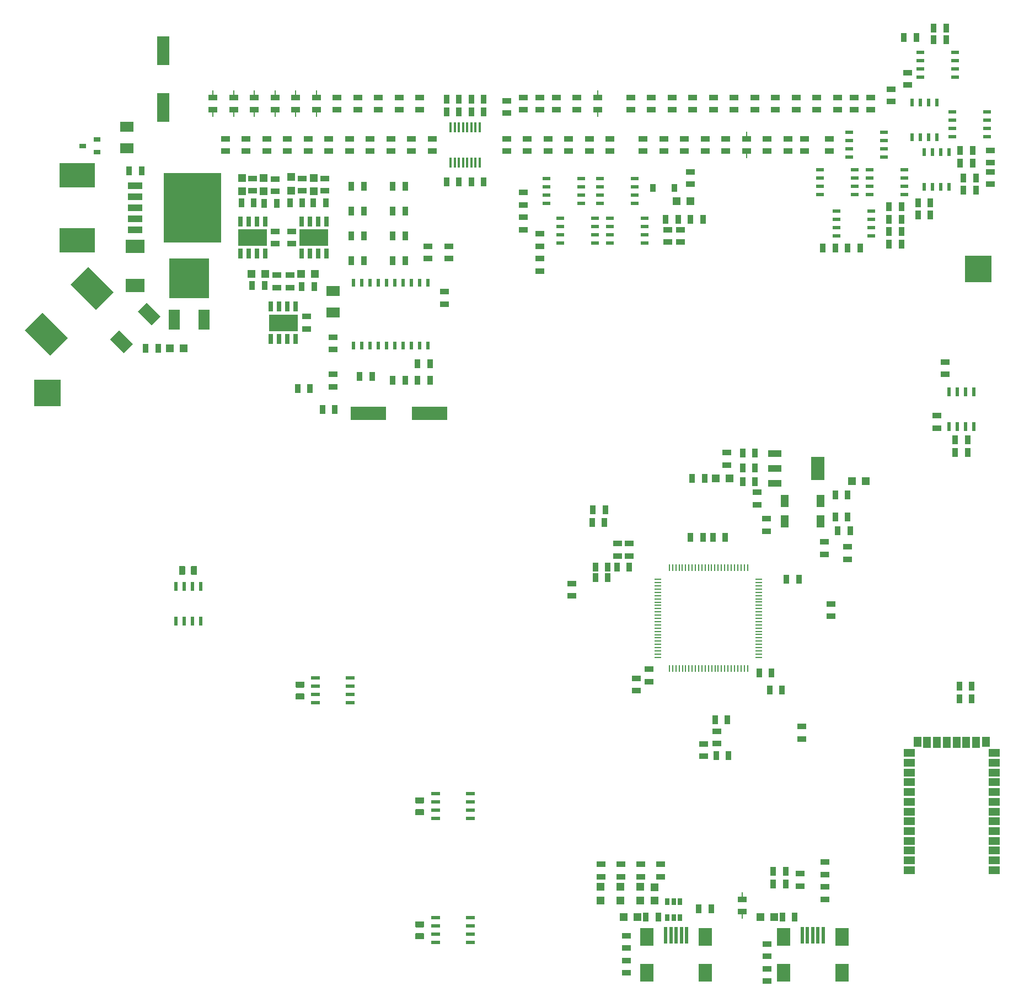
<source format=gtp>
G04 (created by PCBNEW (2013-07-07 BZR 4022)-stable) date 03/11/2014 14:59:00*
%MOIN*%
G04 Gerber Fmt 3.4, Leading zero omitted, Abs format*
%FSLAX34Y34*%
G01*
G70*
G90*
G04 APERTURE LIST*
%ADD10C,0.00393701*%
%ADD11R,0.04X0.01*%
%ADD12R,0.01X0.04*%
%ADD13R,0.0177X0.059*%
%ADD14R,0.055X0.035*%
%ADD15R,0.008X0.06*%
%ADD16R,0.035X0.055*%
%ADD17R,0.0472X0.0472*%
%ADD18R,0.08X0.144*%
%ADD19R,0.08X0.04*%
%ADD20R,0.0275591X0.0393701*%
%ADD21R,0.16X0.16*%
%ADD22R,0.1181X0.0787*%
%ADD23R,0.2165X0.1516*%
%ADD24R,0.09X0.042*%
%ADD25R,0.35X0.42*%
%ADD26R,0.065X0.12*%
%ADD27R,0.24X0.24*%
%ADD28R,0.0748X0.1732*%
%ADD29R,0.08X0.06*%
%ADD30R,0.0394X0.0315*%
%ADD31R,0.2165X0.0787*%
%ADD32R,0.02X0.05*%
%ADD33R,0.045X0.02*%
%ADD34R,0.02X0.045*%
%ADD35R,0.038X0.05*%
%ADD36R,0.0236X0.0551*%
%ADD37R,0.175X0.1*%
%ADD38R,0.03X0.06*%
%ADD39R,0.02X0.1*%
%ADD40R,0.0787402X0.11*%
%ADD41R,0.0669X0.0472*%
%ADD42R,0.0472X0.0629*%
%ADD43R,0.0472X0.0669*%
%ADD44R,0.0551X0.0236*%
%ADD45R,0.045X0.025*%
%ADD46R,0.025X0.045*%
%ADD47R,0.0511811X0.0748031*%
G04 APERTURE END LIST*
G54D10*
G54D11*
X87750Y-54274D03*
X87750Y-58994D03*
X87750Y-58794D03*
X87750Y-58604D03*
X87750Y-58404D03*
X87750Y-58204D03*
X87750Y-58014D03*
X87750Y-57814D03*
X87750Y-57614D03*
X87750Y-57424D03*
X87750Y-57224D03*
X87750Y-57024D03*
X87750Y-56824D03*
X87750Y-56634D03*
X87750Y-56434D03*
X87750Y-56234D03*
X87750Y-56044D03*
X87750Y-55844D03*
X87750Y-55644D03*
X87750Y-55454D03*
X87750Y-55254D03*
X87750Y-55054D03*
X87750Y-54864D03*
X87750Y-54664D03*
X87750Y-54464D03*
G54D12*
X87060Y-59684D03*
X82340Y-59684D03*
X82540Y-59684D03*
X82730Y-59684D03*
X82930Y-59684D03*
X83130Y-59684D03*
X83320Y-59684D03*
X83520Y-59684D03*
X83720Y-59684D03*
X83910Y-59684D03*
X84110Y-59684D03*
X84310Y-59684D03*
X84510Y-59684D03*
X84700Y-59684D03*
X84900Y-59684D03*
X85100Y-59684D03*
X85290Y-59684D03*
X85490Y-59684D03*
X85690Y-59684D03*
X85880Y-59684D03*
X86080Y-59684D03*
X86280Y-59684D03*
X86470Y-59684D03*
X86670Y-59684D03*
X86870Y-59684D03*
X87060Y-53584D03*
X86860Y-53584D03*
X86670Y-53584D03*
X86470Y-53584D03*
X86270Y-53584D03*
X86080Y-53584D03*
X85880Y-53584D03*
X85680Y-53584D03*
X85490Y-53584D03*
X85290Y-53584D03*
X85090Y-53584D03*
X84890Y-53584D03*
X84700Y-53584D03*
X84500Y-53584D03*
X84300Y-53584D03*
X84110Y-53584D03*
X83910Y-53584D03*
X83710Y-53584D03*
X83520Y-53584D03*
X83320Y-53584D03*
X83120Y-53584D03*
X82930Y-53584D03*
X82730Y-53584D03*
X82530Y-53584D03*
X82340Y-53584D03*
G54D11*
X81650Y-54274D03*
X81650Y-54474D03*
X81650Y-54664D03*
X81650Y-54864D03*
X81650Y-55064D03*
X81650Y-55254D03*
X81650Y-55454D03*
X81650Y-55654D03*
X81650Y-55844D03*
X81650Y-56044D03*
X81650Y-56244D03*
X81650Y-56444D03*
X81650Y-56634D03*
X81650Y-56834D03*
X81650Y-57034D03*
X81650Y-57224D03*
X81650Y-57424D03*
X81650Y-57624D03*
X81650Y-57814D03*
X81650Y-58014D03*
X81650Y-58214D03*
X81650Y-58404D03*
X81650Y-58604D03*
X81650Y-58804D03*
X81650Y-58994D03*
G54D13*
X69125Y-29059D03*
X69375Y-29059D03*
X69625Y-29059D03*
X69875Y-29059D03*
X70125Y-29059D03*
X70375Y-29059D03*
X70625Y-29059D03*
X70875Y-29059D03*
X70875Y-26941D03*
X70625Y-26941D03*
X70375Y-26941D03*
X70125Y-26941D03*
X69875Y-26941D03*
X69625Y-26941D03*
X69375Y-26941D03*
X69125Y-26941D03*
G54D14*
X78000Y-25875D03*
X78000Y-25125D03*
G54D15*
X78000Y-25000D03*
X78000Y-26000D03*
G54D14*
X61000Y-25875D03*
X61000Y-25125D03*
G54D15*
X61000Y-25000D03*
X61000Y-26000D03*
G54D14*
X59750Y-25875D03*
X59750Y-25125D03*
G54D15*
X59750Y-25000D03*
X59750Y-26000D03*
G54D14*
X58500Y-25875D03*
X58500Y-25125D03*
G54D15*
X58500Y-25000D03*
X58500Y-26000D03*
G54D14*
X57250Y-25875D03*
X57250Y-25125D03*
G54D15*
X57250Y-25000D03*
X57250Y-26000D03*
G54D14*
X54750Y-25875D03*
X54750Y-25125D03*
G54D15*
X54750Y-26000D03*
X54750Y-25000D03*
G54D14*
X56000Y-25875D03*
X56000Y-25125D03*
G54D15*
X56000Y-26000D03*
X56000Y-25000D03*
G54D14*
X87000Y-28375D03*
X87000Y-27625D03*
G54D15*
X87000Y-28500D03*
X87000Y-27500D03*
G54D14*
X75500Y-25875D03*
X75500Y-25125D03*
X77500Y-28375D03*
X77500Y-27625D03*
X76750Y-25875D03*
X76750Y-25125D03*
X78750Y-28375D03*
X78750Y-27625D03*
X80750Y-28375D03*
X80750Y-27625D03*
X80000Y-25875D03*
X80000Y-25125D03*
X82000Y-28375D03*
X82000Y-27625D03*
X81250Y-25875D03*
X81250Y-25125D03*
X83250Y-28375D03*
X83250Y-27625D03*
X82500Y-25875D03*
X82500Y-25125D03*
X84500Y-28375D03*
X84500Y-27625D03*
X83750Y-25875D03*
X83750Y-25125D03*
X85750Y-28375D03*
X85750Y-27625D03*
X85000Y-25875D03*
X85000Y-25125D03*
X76250Y-28375D03*
X76250Y-27625D03*
X86250Y-25875D03*
X86250Y-25125D03*
X88250Y-28375D03*
X88250Y-27625D03*
X87500Y-25875D03*
X87500Y-25125D03*
X89500Y-28375D03*
X89500Y-27625D03*
X88750Y-25875D03*
X88750Y-25125D03*
X90500Y-28375D03*
X90500Y-27625D03*
X90000Y-25875D03*
X90000Y-25125D03*
X92000Y-28375D03*
X92000Y-27625D03*
X91250Y-25875D03*
X91250Y-25125D03*
X93500Y-25875D03*
X93500Y-25125D03*
X92500Y-25875D03*
X92500Y-25125D03*
X95750Y-25375D03*
X95750Y-24625D03*
X94500Y-25875D03*
X94500Y-25125D03*
X96750Y-24375D03*
X96750Y-23625D03*
G54D16*
X97275Y-21500D03*
X96525Y-21500D03*
G54D14*
X65500Y-28375D03*
X65500Y-27625D03*
X56750Y-28375D03*
X56750Y-27625D03*
X58000Y-28375D03*
X58000Y-27625D03*
X59250Y-28375D03*
X59250Y-27625D03*
X60500Y-28375D03*
X60500Y-27625D03*
X61750Y-28375D03*
X61750Y-27625D03*
X63000Y-28375D03*
X63000Y-27625D03*
X62250Y-25875D03*
X62250Y-25125D03*
X64250Y-28375D03*
X64250Y-27625D03*
X63500Y-25875D03*
X63500Y-25125D03*
X55500Y-28375D03*
X55500Y-27625D03*
X64750Y-25875D03*
X64750Y-25125D03*
X66750Y-28375D03*
X66750Y-27625D03*
X66000Y-25875D03*
X66000Y-25125D03*
X68000Y-28375D03*
X68000Y-27625D03*
X67250Y-25875D03*
X67250Y-25125D03*
X72500Y-28375D03*
X72500Y-27625D03*
X72500Y-26075D03*
X72500Y-25325D03*
X90350Y-63934D03*
X90350Y-63184D03*
G54D16*
X84975Y-51734D03*
X85725Y-51734D03*
X84375Y-51734D03*
X83625Y-51734D03*
G54D14*
X84425Y-64984D03*
X84425Y-64234D03*
G54D16*
X77875Y-53534D03*
X78625Y-53534D03*
X77875Y-54184D03*
X78625Y-54184D03*
G54D14*
X79200Y-52109D03*
X79200Y-52859D03*
X79900Y-52109D03*
X79900Y-52859D03*
X87650Y-49759D03*
X87650Y-49009D03*
G54D16*
X78475Y-50084D03*
X77725Y-50084D03*
X83725Y-48184D03*
X84475Y-48184D03*
G54D14*
X81100Y-60459D03*
X81100Y-59709D03*
G54D16*
X88525Y-59934D03*
X87775Y-59934D03*
X90175Y-54284D03*
X89425Y-54284D03*
G54D14*
X80350Y-60259D03*
X80350Y-61009D03*
X93100Y-53059D03*
X93100Y-52309D03*
G54D16*
X88400Y-60959D03*
X89150Y-60959D03*
X86775Y-48384D03*
X87525Y-48384D03*
X87525Y-47534D03*
X86775Y-47534D03*
G54D17*
X85137Y-48184D03*
X85963Y-48184D03*
G54D16*
X78425Y-50834D03*
X77675Y-50834D03*
X85100Y-62759D03*
X85850Y-62759D03*
G54D14*
X85200Y-64209D03*
X85200Y-63459D03*
G54D16*
X85175Y-64934D03*
X85925Y-64934D03*
G54D14*
X92125Y-55759D03*
X92125Y-56509D03*
X76450Y-54525D03*
X76450Y-55275D03*
X78200Y-72259D03*
X78200Y-71509D03*
X79400Y-72259D03*
X79400Y-71509D03*
X80600Y-72259D03*
X80600Y-71509D03*
X81800Y-72259D03*
X81800Y-71509D03*
G54D16*
X79925Y-53534D03*
X79175Y-53534D03*
G54D14*
X85800Y-47359D03*
X85800Y-46609D03*
G54D16*
X80925Y-74700D03*
X81675Y-74700D03*
X93125Y-49184D03*
X92375Y-49184D03*
G54D18*
X91300Y-47584D03*
G54D19*
X88700Y-47584D03*
X88700Y-48484D03*
X88700Y-46684D03*
G54D14*
X79750Y-76575D03*
X79750Y-75825D03*
X79750Y-77325D03*
X79750Y-78075D03*
X91700Y-52759D03*
X91700Y-52009D03*
X88200Y-51359D03*
X88200Y-50609D03*
G54D20*
X82974Y-73777D03*
X82600Y-73777D03*
X82225Y-73777D03*
X82225Y-74722D03*
X82600Y-74722D03*
X82974Y-74722D03*
G54D21*
X101000Y-35500D03*
G54D17*
X80590Y-72871D03*
X80590Y-73697D03*
X78190Y-72871D03*
X78190Y-73697D03*
X79390Y-72871D03*
X79390Y-73697D03*
X81450Y-72887D03*
X81450Y-73713D03*
X80413Y-74700D03*
X79587Y-74700D03*
X93377Y-48324D03*
X94203Y-48324D03*
G54D16*
X84125Y-74200D03*
X84875Y-74200D03*
X86775Y-46624D03*
X87525Y-46624D03*
X92515Y-51324D03*
X93265Y-51324D03*
X92375Y-50504D03*
X93125Y-50504D03*
X69625Y-26000D03*
X68875Y-26000D03*
X71125Y-26000D03*
X70375Y-26000D03*
X69625Y-25250D03*
X68875Y-25250D03*
X71125Y-25250D03*
X70375Y-25250D03*
X68875Y-30250D03*
X69625Y-30250D03*
X70375Y-30250D03*
X71125Y-30250D03*
G54D22*
X50056Y-36491D03*
X50056Y-34129D03*
G54D10*
G36*
X49360Y-40590D02*
X48525Y-39755D01*
X49081Y-39199D01*
X49916Y-40034D01*
X49360Y-40590D01*
X49360Y-40590D01*
G37*
G36*
X51030Y-38920D02*
X50195Y-38085D01*
X50751Y-37529D01*
X51586Y-38364D01*
X51030Y-38920D01*
X51030Y-38920D01*
G37*
G54D23*
X46556Y-29851D03*
X46556Y-33769D03*
G54D10*
G36*
X47211Y-35373D02*
X48742Y-36904D01*
X47670Y-37976D01*
X46139Y-36445D01*
X47211Y-35373D01*
X47211Y-35373D01*
G37*
G36*
X44441Y-38143D02*
X45972Y-39674D01*
X44900Y-40746D01*
X43369Y-39215D01*
X44441Y-38143D01*
X44441Y-38143D01*
G37*
G54D16*
X50681Y-40310D03*
X51431Y-40310D03*
G54D17*
X52143Y-40310D03*
X52969Y-40310D03*
G54D24*
X50056Y-30470D03*
G54D25*
X53506Y-31810D03*
G54D24*
X50056Y-31810D03*
X50056Y-31140D03*
X50056Y-32480D03*
X50056Y-33150D03*
G54D26*
X52406Y-38560D03*
G54D27*
X53306Y-36060D03*
G54D26*
X54206Y-38560D03*
G54D28*
X51750Y-25732D03*
X51750Y-22307D03*
G54D16*
X49681Y-29560D03*
X50431Y-29560D03*
G54D29*
X49556Y-28210D03*
X49556Y-26910D03*
G54D30*
X46873Y-28060D03*
X47739Y-27685D03*
X47739Y-28435D03*
G54D29*
X62000Y-38150D03*
X62000Y-36850D03*
G54D16*
X67875Y-42250D03*
X67125Y-42250D03*
X65625Y-42250D03*
X66375Y-42250D03*
G54D31*
X64150Y-44250D03*
X67850Y-44250D03*
G54D32*
X67750Y-36350D03*
X67250Y-36350D03*
X66750Y-36350D03*
X66250Y-36350D03*
X65750Y-36350D03*
X65250Y-36350D03*
X64750Y-36350D03*
X64250Y-36350D03*
X63750Y-36350D03*
X63250Y-36350D03*
X63250Y-40150D03*
X63750Y-40150D03*
X64250Y-40150D03*
X64750Y-40150D03*
X65250Y-40150D03*
X65750Y-40150D03*
X66250Y-40150D03*
X66750Y-40150D03*
X67250Y-40150D03*
X67750Y-40150D03*
G54D14*
X88250Y-76325D03*
X88250Y-77075D03*
G54D16*
X88625Y-71950D03*
X89375Y-71950D03*
X89375Y-72700D03*
X88625Y-72700D03*
G54D14*
X90250Y-72075D03*
X90250Y-72825D03*
X88250Y-77825D03*
X88250Y-78575D03*
G54D16*
X89925Y-74700D03*
X89175Y-74700D03*
X100625Y-60750D03*
X99875Y-60750D03*
X99875Y-61500D03*
X100625Y-61500D03*
G54D17*
X88663Y-74700D03*
X87837Y-74700D03*
G54D14*
X83000Y-33125D03*
X83000Y-33875D03*
G54D16*
X83625Y-32500D03*
X84375Y-32500D03*
G54D14*
X73500Y-32375D03*
X73500Y-33125D03*
X74500Y-34875D03*
X74500Y-35625D03*
G54D16*
X95625Y-34000D03*
X96375Y-34000D03*
X92375Y-34250D03*
X91625Y-34250D03*
X96375Y-33250D03*
X95625Y-33250D03*
X93875Y-34250D03*
X93125Y-34250D03*
G54D14*
X73500Y-30875D03*
X73500Y-31625D03*
X74500Y-33375D03*
X74500Y-34125D03*
G54D16*
X82125Y-32500D03*
X82875Y-32500D03*
G54D14*
X82250Y-33875D03*
X82250Y-33125D03*
G54D33*
X92450Y-33500D03*
X94550Y-33500D03*
X92450Y-33000D03*
X92450Y-32500D03*
X92450Y-32000D03*
X94550Y-33000D03*
X94550Y-32500D03*
X94550Y-32000D03*
X91450Y-31000D03*
X93550Y-31000D03*
X91450Y-30500D03*
X91450Y-30000D03*
X91450Y-29500D03*
X93550Y-30500D03*
X93550Y-30000D03*
X93550Y-29500D03*
X77000Y-30050D03*
X74900Y-30050D03*
X77000Y-30550D03*
X77000Y-31050D03*
X77000Y-31550D03*
X74900Y-30550D03*
X74900Y-31050D03*
X74900Y-31550D03*
X78150Y-31550D03*
X80250Y-31550D03*
X78150Y-31050D03*
X78150Y-30550D03*
X78150Y-30050D03*
X80250Y-31050D03*
X80250Y-30550D03*
X80250Y-30050D03*
X78750Y-33950D03*
X80850Y-33950D03*
X78750Y-33450D03*
X78750Y-32950D03*
X78750Y-32450D03*
X80850Y-33450D03*
X80850Y-32950D03*
X80850Y-32450D03*
X77850Y-32450D03*
X75750Y-32450D03*
X77850Y-32950D03*
X77850Y-33450D03*
X77850Y-33950D03*
X75750Y-32950D03*
X75750Y-33450D03*
X75750Y-33950D03*
G54D34*
X97000Y-25450D03*
X97000Y-27550D03*
X97500Y-25450D03*
X98000Y-25450D03*
X98500Y-25450D03*
X97500Y-27550D03*
X98000Y-27550D03*
X98500Y-27550D03*
G54D33*
X97500Y-23900D03*
X99600Y-23900D03*
X97500Y-23400D03*
X97500Y-22900D03*
X97500Y-22400D03*
X99600Y-23400D03*
X99600Y-22900D03*
X99600Y-22400D03*
X99450Y-27500D03*
X101550Y-27500D03*
X99450Y-27000D03*
X99450Y-26500D03*
X99450Y-26000D03*
X101550Y-27000D03*
X101550Y-26500D03*
X101550Y-26000D03*
G54D34*
X97750Y-28450D03*
X97750Y-30550D03*
X98250Y-28450D03*
X98750Y-28450D03*
X99250Y-28450D03*
X98250Y-30550D03*
X98750Y-30550D03*
X99250Y-30550D03*
G54D33*
X94450Y-31000D03*
X96550Y-31000D03*
X94450Y-30500D03*
X94450Y-30000D03*
X94450Y-29500D03*
X96550Y-30500D03*
X96550Y-30000D03*
X96550Y-29500D03*
X93200Y-28750D03*
X95300Y-28750D03*
X93200Y-28250D03*
X93200Y-27750D03*
X93200Y-27250D03*
X95300Y-28250D03*
X95300Y-27750D03*
X95300Y-27250D03*
G54D16*
X99075Y-20950D03*
X98325Y-20950D03*
G54D14*
X101750Y-28325D03*
X101750Y-29075D03*
G54D16*
X100675Y-28350D03*
X99925Y-28350D03*
X100875Y-30000D03*
X100125Y-30000D03*
X98125Y-31500D03*
X97375Y-31500D03*
X96375Y-31750D03*
X95625Y-31750D03*
G54D35*
X82640Y-30610D03*
X81350Y-30610D03*
G54D14*
X83600Y-29625D03*
X83600Y-30375D03*
G54D16*
X97375Y-32250D03*
X98125Y-32250D03*
X95625Y-32500D03*
X96375Y-32500D03*
X99925Y-29100D03*
X100675Y-29100D03*
X100125Y-30750D03*
X100875Y-30750D03*
G54D14*
X101750Y-29625D03*
X101750Y-30375D03*
G54D16*
X98325Y-21650D03*
X99075Y-21650D03*
G54D17*
X83613Y-31400D03*
X82787Y-31400D03*
G54D16*
X99625Y-46600D03*
X100375Y-46600D03*
X100375Y-45850D03*
X99625Y-45850D03*
G54D14*
X98500Y-44375D03*
X98500Y-45125D03*
G54D36*
X99250Y-42950D03*
X99250Y-45050D03*
X99750Y-42950D03*
X100250Y-42950D03*
X100750Y-42950D03*
X99750Y-45050D03*
X100250Y-45050D03*
X100750Y-45050D03*
G54D14*
X99000Y-41125D03*
X99000Y-41875D03*
G54D37*
X59000Y-38755D03*
G54D38*
X59750Y-37780D03*
X59250Y-37780D03*
X58750Y-37780D03*
X58250Y-37780D03*
X59750Y-39730D03*
X59250Y-39730D03*
X58750Y-39730D03*
X58250Y-39730D03*
G54D37*
X60850Y-33605D03*
G54D38*
X61600Y-32630D03*
X61100Y-32630D03*
X60600Y-32630D03*
X60100Y-32630D03*
X61600Y-34580D03*
X61100Y-34580D03*
X60600Y-34580D03*
X60100Y-34580D03*
G54D37*
X57150Y-33605D03*
G54D38*
X57900Y-32630D03*
X57400Y-32630D03*
X56900Y-32630D03*
X56400Y-32630D03*
X57900Y-34580D03*
X57400Y-34580D03*
X56900Y-34580D03*
X56400Y-34580D03*
G54D16*
X60875Y-36555D03*
X60125Y-36555D03*
G54D14*
X59400Y-35880D03*
X59400Y-36630D03*
G54D16*
X59400Y-31505D03*
X60150Y-31505D03*
X57850Y-31530D03*
X58600Y-31530D03*
G54D14*
X58500Y-30055D03*
X58500Y-30805D03*
X59500Y-33980D03*
X59500Y-33230D03*
X57150Y-30030D03*
X57150Y-30780D03*
G54D16*
X56475Y-31505D03*
X57225Y-31505D03*
G54D14*
X58600Y-35880D03*
X58600Y-36630D03*
G54D16*
X57125Y-36505D03*
X57875Y-36505D03*
G54D14*
X58500Y-33980D03*
X58500Y-33230D03*
X60150Y-30030D03*
X60150Y-30780D03*
X60400Y-39130D03*
X60400Y-38380D03*
X61500Y-30030D03*
X61500Y-30780D03*
G54D16*
X60825Y-31505D03*
X61575Y-31505D03*
G54D17*
X60913Y-35805D03*
X60087Y-35805D03*
X59475Y-30768D03*
X59475Y-29942D03*
X57825Y-30818D03*
X57825Y-29992D03*
X56500Y-30818D03*
X56500Y-29992D03*
X60850Y-30818D03*
X60850Y-29992D03*
X57087Y-35805D03*
X57913Y-35805D03*
G54D14*
X74500Y-25875D03*
X74500Y-25125D03*
X75000Y-28375D03*
X75000Y-27625D03*
X73500Y-25875D03*
X73500Y-25125D03*
X73750Y-28375D03*
X73750Y-27625D03*
G54D39*
X82120Y-75800D03*
X82435Y-75800D03*
X82750Y-75800D03*
X83064Y-75800D03*
X83379Y-75800D03*
G54D40*
X80978Y-78081D03*
X84521Y-78081D03*
X80978Y-75915D03*
X84521Y-75915D03*
G54D39*
X90370Y-75800D03*
X90685Y-75800D03*
X91000Y-75800D03*
X91314Y-75800D03*
X91629Y-75800D03*
G54D40*
X89228Y-78081D03*
X92771Y-78081D03*
X89228Y-75915D03*
X92771Y-75915D03*
G54D41*
X101959Y-65957D03*
X101959Y-65366D03*
X101959Y-64776D03*
X101959Y-66547D03*
X101959Y-67138D03*
X101959Y-67728D03*
X101959Y-68319D03*
X101959Y-68909D03*
X101959Y-69500D03*
X101959Y-70091D03*
X101959Y-70681D03*
X101959Y-71272D03*
X101959Y-71862D03*
G54D42*
X101467Y-64108D03*
G54D43*
X100875Y-64126D03*
X100285Y-64126D03*
X99695Y-64126D03*
X99105Y-64126D03*
X98515Y-64126D03*
X97925Y-64126D03*
G54D42*
X97335Y-64107D03*
G54D41*
X96841Y-64776D03*
X96841Y-65366D03*
X96841Y-65958D03*
X96841Y-66547D03*
X96841Y-67138D03*
X96841Y-67728D03*
X96841Y-68319D03*
X96841Y-68909D03*
X96841Y-69500D03*
X96841Y-70091D03*
X96841Y-70681D03*
X96841Y-71272D03*
X96841Y-71862D03*
G54D44*
X70300Y-74750D03*
X68200Y-74750D03*
X70300Y-75250D03*
X70300Y-75750D03*
X70300Y-76250D03*
X68200Y-75250D03*
X68200Y-75750D03*
X68200Y-76250D03*
G54D14*
X67250Y-75125D03*
X67250Y-75875D03*
G54D45*
X67250Y-75200D03*
X67250Y-75800D03*
G54D44*
X70300Y-67250D03*
X68200Y-67250D03*
X70300Y-67750D03*
X70300Y-68250D03*
X70300Y-68750D03*
X68200Y-67750D03*
X68200Y-68250D03*
X68200Y-68750D03*
G54D14*
X67250Y-67625D03*
X67250Y-68375D03*
G54D45*
X67250Y-67700D03*
X67250Y-68300D03*
G54D44*
X63050Y-60250D03*
X60950Y-60250D03*
X63050Y-60750D03*
X63050Y-61250D03*
X63050Y-61750D03*
X60950Y-60750D03*
X60950Y-61250D03*
X60950Y-61750D03*
G54D14*
X60000Y-60625D03*
X60000Y-61375D03*
G54D45*
X60000Y-60700D03*
X60000Y-61300D03*
G54D36*
X54000Y-56800D03*
X54000Y-54700D03*
X53500Y-56800D03*
X53000Y-56800D03*
X52500Y-56800D03*
X53500Y-54700D03*
X53000Y-54700D03*
X52500Y-54700D03*
G54D16*
X53625Y-53750D03*
X52875Y-53750D03*
G54D46*
X53550Y-53750D03*
X52950Y-53750D03*
G54D47*
X89317Y-50779D03*
X91482Y-50779D03*
X91482Y-49520D03*
X89317Y-49520D03*
G54D21*
X44750Y-43000D03*
G54D15*
X86750Y-73500D03*
G54D14*
X86750Y-74375D03*
X86750Y-73625D03*
G54D15*
X86750Y-74500D03*
G54D14*
X68750Y-37625D03*
X68750Y-36875D03*
X67750Y-34125D03*
X67750Y-34875D03*
X62000Y-42625D03*
X62000Y-41875D03*
X69000Y-34125D03*
X69000Y-34875D03*
G54D16*
X67875Y-41250D03*
X67125Y-41250D03*
G54D14*
X62000Y-40375D03*
X62000Y-39625D03*
G54D16*
X65625Y-33500D03*
X66375Y-33500D03*
X63125Y-30500D03*
X63875Y-30500D03*
X66375Y-30500D03*
X65625Y-30500D03*
X62125Y-44000D03*
X61375Y-44000D03*
X60625Y-42750D03*
X59875Y-42750D03*
X63875Y-33500D03*
X63125Y-33500D03*
X63625Y-42000D03*
X64375Y-42000D03*
G54D14*
X91750Y-71375D03*
X91750Y-72125D03*
X91750Y-72875D03*
X91750Y-73625D03*
G54D16*
X65625Y-35000D03*
X66375Y-35000D03*
X63875Y-35000D03*
X63125Y-35000D03*
X63125Y-32000D03*
X63875Y-32000D03*
X66375Y-32000D03*
X65625Y-32000D03*
M02*

</source>
